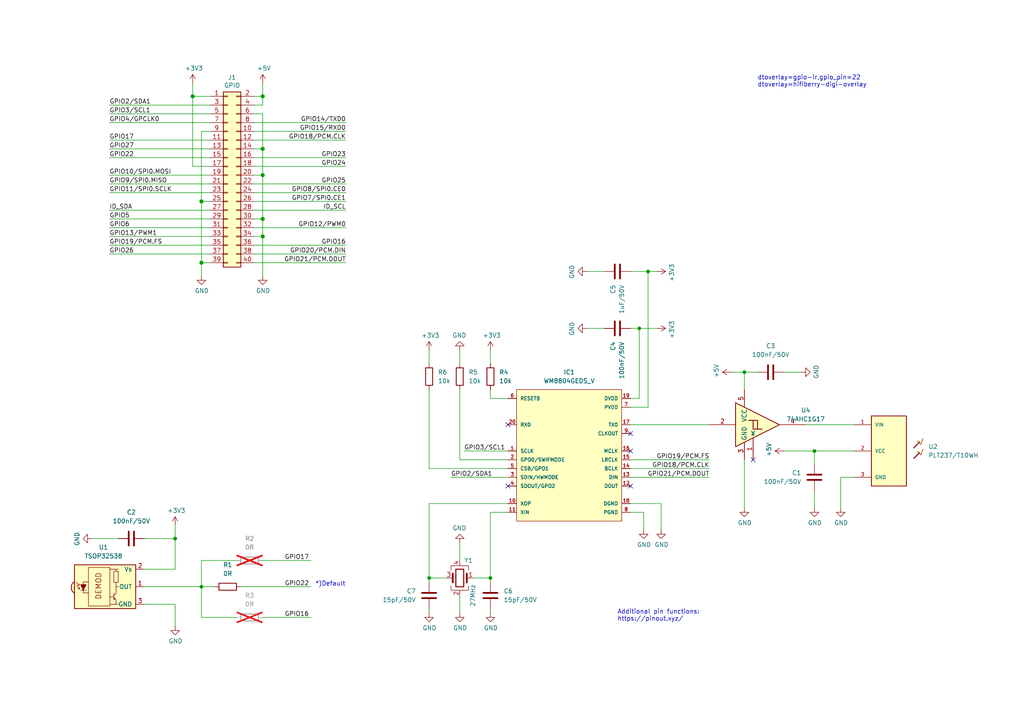
<source format=kicad_sch>
(kicad_sch (version 20230121) (generator eeschema)
  (paper "A4")
  (title_block (title "RPI HAT S/PDIF and IR") (date "2024-01-03") (rev "V1"))
  (lib_symbols
    (symbol "74xGxx:74LVC1G17"
      (property "Reference" "U" (at 2.54 7.62 0))
      (property "Value" "74LVC1G17" (at 5.08 -7.62 0))
      (symbol "74LVC1G17_0_1"
        (polyline (pts (xy -2.54 1.27) (xy -1.27 1.27) (xy -1.27 -1.27)) (stroke (width 0.254)) (fill (type background)))
        (polyline (pts (xy -7.62 6.35) (xy -7.62 -6.35) (xy 5.08 0) (xy -7.62 6.35)) (stroke (width 0.254)) (fill (type background)))
        (polyline (pts (xy -3.81 1.27) (xy -2.54 1.27) (xy -2.54 -1.27) (xy 0 -1.27)) (stroke (width 0.254)) (fill (type background)))
      )
      (symbol "74LVC1G17_1_1"
        (pin free line (at -2.54 -10.16 90) (length 6.35) (name "NC") (number "1"))
        (pin input line (at -15.24 0 0) (length 7.62) (name "~") (number "2"))
        (pin power_in line (at -5.08 -10.16 90) (length 5.08) (name "GND") (number "3"))
        (pin output line (at 12.7 0 180) (length 7.62) (name "~") (number "4"))
        (pin power_in line (at -5.08 10.16 270) (length 5.08) (name "VCC") (number "5"))
      )
    )
    (symbol "Connector_Generic:Conn_02x20_Odd_Even" (pin_names (offset 1.016) hide)
      (property "Reference" "J" (at 1.27 25.4 0))
      (property "Value" "Conn_02x20_Odd_Even" (at 1.27 -27.94 0))
      (symbol "Conn_02x20_Odd_Even_1_1"
        (rectangle (start -1.27 -25.273) (end 0 -25.527) (stroke (width 0.1524)))
        (rectangle (start -1.27 -22.733) (end 0 -22.987) (stroke (width 0.1524)))
        (rectangle (start -1.27 -20.193) (end 0 -20.447) (stroke (width 0.1524)))
        (rectangle (start -1.27 -17.653) (end 0 -17.907) (stroke (width 0.1524)))
        (rectangle (start -1.27 -15.113) (end 0 -15.367) (stroke (width 0.1524)))
        (rectangle (start -1.27 -12.573) (end 0 -12.827) (stroke (width 0.1524)))
        (rectangle (start -1.27 -10.033) (end 0 -10.287) (stroke (width 0.1524)))
        (rectangle (start -1.27 -7.493) (end 0 -7.747) (stroke (width 0.1524)))
        (rectangle (start -1.27 -4.953) (end 0 -5.207) (stroke (width 0.1524)))
        (rectangle (start -1.27 -2.413) (end 0 -2.667) (stroke (width 0.1524)))
        (rectangle (start -1.27 0.127) (end 0 -0.127) (stroke (width 0.1524)))
        (rectangle (start -1.27 2.667) (end 0 2.413) (stroke (width 0.1524)))
        (rectangle (start -1.27 5.207) (end 0 4.953) (stroke (width 0.1524)))
        (rectangle (start -1.27 7.747) (end 0 7.493) (stroke (width 0.1524)))
        (rectangle (start -1.27 10.287) (end 0 10.033) (stroke (width 0.1524)))
        (rectangle (start -1.27 12.827) (end 0 12.573) (stroke (width 0.1524)))
        (rectangle (start -1.27 15.367) (end 0 15.113) (stroke (width 0.1524)))
        (rectangle (start -1.27 17.907) (end 0 17.653) (stroke (width 0.1524)))
        (rectangle (start -1.27 20.447) (end 0 20.193) (stroke (width 0.1524)))
        (rectangle (start -1.27 22.987) (end 0 22.733) (stroke (width 0.1524)))
        (rectangle (start -1.27 24.13) (end 3.81 -26.67) (stroke (width 0.254)) (fill (type background)))
        (rectangle (start 3.81 -25.273) (end 2.54 -25.527) (stroke (width 0.1524)))
        (rectangle (start 3.81 -22.733) (end 2.54 -22.987) (stroke (width 0.1524)))
        (rectangle (start 3.81 -20.193) (end 2.54 -20.447) (stroke (width 0.1524)))
        (rectangle (start 3.81 -17.653) (end 2.54 -17.907) (stroke (width 0.1524)))
        (rectangle (start 3.81 -15.113) (end 2.54 -15.367) (stroke (width 0.1524)))
        (rectangle (start 3.81 -12.573) (end 2.54 -12.827) (stroke (width 0.1524)))
        (rectangle (start 3.81 -10.033) (end 2.54 -10.287) (stroke (width 0.1524)))
        (rectangle (start 3.81 -7.493) (end 2.54 -7.747) (stroke (width 0.1524)))
        (rectangle (start 3.81 -4.953) (end 2.54 -5.207) (stroke (width 0.1524)))
        (rectangle (start 3.81 -2.413) (end 2.54 -2.667) (stroke (width 0.1524)))
        (rectangle (start 3.81 0.127) (end 2.54 -0.127) (stroke (width 0.1524)))
        (rectangle (start 3.81 2.667) (end 2.54 2.413) (stroke (width 0.1524)))
        (rectangle (start 3.81 5.207) (end 2.54 4.953) (stroke (width 0.1524)))
        (rectangle (start 3.81 7.747) (end 2.54 7.493) (stroke (width 0.1524)))
        (rectangle (start 3.81 10.287) (end 2.54 10.033) (stroke (width 0.1524)))
        (rectangle (start 3.81 12.827) (end 2.54 12.573) (stroke (width 0.1524)))
        (rectangle (start 3.81 15.367) (end 2.54 15.113) (stroke (width 0.1524)))
        (rectangle (start 3.81 17.907) (end 2.54 17.653) (stroke (width 0.1524)))
        (rectangle (start 3.81 20.447) (end 2.54 20.193) (stroke (width 0.1524)))
        (rectangle (start 3.81 22.987) (end 2.54 22.733) (stroke (width 0.1524)))
        (pin passive line (at -5.08 22.86 0) (length 3.81) (name "Pin_1") (number "1"))
        (pin passive line (at 7.62 12.7 180) (length 3.81) (name "Pin_10") (number "10"))
        (pin passive line (at -5.08 10.16 0) (length 3.81) (name "Pin_11") (number "11"))
        (pin passive line (at 7.62 10.16 180) (length 3.81) (name "Pin_12") (number "12"))
        (pin passive line (at -5.08 7.62 0) (length 3.81) (name "Pin_13") (number "13"))
        (pin passive line (at 7.62 7.62 180) (length 3.81) (name "Pin_14") (number "14"))
        (pin passive line (at -5.08 5.08 0) (length 3.81) (name "Pin_15") (number "15"))
        (pin passive line (at 7.62 5.08 180) (length 3.81) (name "Pin_16") (number "16"))
        (pin passive line (at -5.08 2.54 0) (length 3.81) (name "Pin_17") (number "17"))
        (pin passive line (at 7.62 2.54 180) (length 3.81) (name "Pin_18") (number "18"))
        (pin passive line (at -5.08 0 0) (length 3.81) (name "Pin_19") (number "19"))
        (pin passive line (at 7.62 22.86 180) (length 3.81) (name "Pin_2") (number "2"))
        (pin passive line (at 7.62 0 180) (length 3.81) (name "Pin_20") (number "20"))
        (pin passive line (at -5.08 -2.54 0) (length 3.81) (name "Pin_21") (number "21"))
        (pin passive line (at 7.62 -2.54 180) (length 3.81) (name "Pin_22") (number "22"))
        (pin passive line (at -5.08 -5.08 0) (length 3.81) (name "Pin_23") (number "23"))
        (pin passive line (at 7.62 -5.08 180) (length 3.81) (name "Pin_24") (number "24"))
        (pin passive line (at -5.08 -7.62 0) (length 3.81) (name "Pin_25") (number "25"))
        (pin passive line (at 7.62 -7.62 180) (length 3.81) (name "Pin_26") (number "26"))
        (pin passive line (at -5.08 -10.16 0) (length 3.81) (name "Pin_27") (number "27"))
        (pin passive line (at 7.62 -10.16 180) (length 3.81) (name "Pin_28") (number "28"))
        (pin passive line (at -5.08 -12.7 0) (length 3.81) (name "Pin_29") (number "29"))
        (pin passive line (at -5.08 20.32 0) (length 3.81) (name "Pin_3") (number "3"))
        (pin passive line (at 7.62 -12.7 180) (length 3.81) (name "Pin_30") (number "30"))
        (pin passive line (at -5.08 -15.24 0) (length 3.81) (name "Pin_31") (number "31"))
        (pin passive line (at 7.62 -15.24 180) (length 3.81) (name "Pin_32") (number "32"))
        (pin passive line (at -5.08 -17.78 0) (length 3.81) (name "Pin_33") (number "33"))
        (pin passive line (at 7.62 -17.78 180) (length 3.81) (name "Pin_34") (number "34"))
        (pin passive line (at -5.08 -20.32 0) (length 3.81) (name "Pin_35") (number "35"))
        (pin passive line (at 7.62 -20.32 180) (length 3.81) (name "Pin_36") (number "36"))
        (pin passive line (at -5.08 -22.86 0) (length 3.81) (name "Pin_37") (number "37"))
        (pin passive line (at 7.62 -22.86 180) (length 3.81) (name "Pin_38") (number "38"))
        (pin passive line (at -5.08 -25.4 0) (length 3.81) (name "Pin_39") (number "39"))
        (pin passive line (at 7.62 20.32 180) (length 3.81) (name "Pin_4") (number "4"))
        (pin passive line (at 7.62 -25.4 180) (length 3.81) (name "Pin_40") (number "40"))
        (pin passive line (at -5.08 17.78 0) (length 3.81) (name "Pin_5") (number "5"))
        (pin passive line (at 7.62 17.78 180) (length 3.81) (name "Pin_6") (number "6"))
        (pin passive line (at -5.08 15.24 0) (length 3.81) (name "Pin_7") (number "7"))
        (pin passive line (at 7.62 15.24 180) (length 3.81) (name "Pin_8") (number "8"))
        (pin passive line (at -5.08 12.7 0) (length 3.81) (name "Pin_9") (number "9"))
      )
    )
    (symbol "Device:C" (pin_numbers hide) (pin_names (offset 0.254))
      (property "Reference" "C" (at 0.635 2.54 0))
      (property "Value" "C" (at 0.635 -2.54 0))
      (symbol "C_0_1"
        (polyline (pts (xy -2.032 -0.762) (xy 2.032 -0.762)) (stroke (width 0.508)))
        (polyline (pts (xy -2.032 0.762) (xy 2.032 0.762)) (stroke (width 0.508)))
      )
      (symbol "C_1_1"
        (pin passive line (at 0 3.81 270) (length 2.794) (name "~") (number "1"))
        (pin passive line (at 0 -3.81 90) (length 2.794) (name "~") (number "2"))
      )
    )
    (symbol "Device:Crystal_GND24" (pin_names (offset 1.016) hide)
      (property "Reference" "Y" (at 3.175 5.08 0))
      (property "Value" "Crystal_GND24" (at 3.175 3.175 0))
      (symbol "Crystal_GND24_0_1"
        (rectangle (start -1.143 2.54) (end 1.143 -2.54) (stroke (width 0.3048)))
        (polyline (pts (xy -2.54 0) (xy -2.032 0)))
        (polyline (pts (xy -2.032 -1.27) (xy -2.032 1.27)) (stroke (width 0.508)))
        (polyline (pts (xy 0 -3.81) (xy 0 -3.556)))
        (polyline (pts (xy 0 3.556) (xy 0 3.81)))
        (polyline (pts (xy 2.032 -1.27) (xy 2.032 1.27)) (stroke (width 0.508)))
        (polyline (pts (xy 2.032 0) (xy 2.54 0)))
        (polyline (pts (xy -2.54 -2.286) (xy -2.54 -3.556) (xy 2.54 -3.556) (xy 2.54 -2.286)))
        (polyline (pts (xy -2.54 2.286) (xy -2.54 3.556) (xy 2.54 3.556) (xy 2.54 2.286)))
      )
      (symbol "Crystal_GND24_1_1"
        (pin passive line (at -3.81 0 0) (length 1.27) (name "1") (number "1"))
        (pin passive line (at 0 5.08 270) (length 1.27) (name "2") (number "2"))
        (pin passive line (at 3.81 0 180) (length 1.27) (name "3") (number "3"))
        (pin passive line (at 0 -5.08 90) (length 1.27) (name "4") (number "4"))
      )
    )
    (symbol "Device:R" (pin_numbers hide) (pin_names (offset 0))
      (property "Reference" "R" (at 2.032 0 90))
      (property "Value" "R" (at 0 0 90))
      (symbol "R_0_1"
        (rectangle (start -1.016 -2.54) (end 1.016 2.54) (stroke (width 0.254)))
      )
      (symbol "R_1_1"
        (pin passive line (at 0 3.81 270) (length 1.27) (name "~") (number "1"))
        (pin passive line (at 0 -3.81 90) (length 1.27) (name "~") (number "2"))
      )
    )
    (symbol "Interface_Optical:TSOP325xx" (pin_names (offset 1.016))
      (property "Reference" "U" (at -10.16 7.62 0))
      (property "Value" "TSOP325xx" (at -10.16 -7.62 0))
      (symbol "TSOP325xx_0_0"
        (arc (start -10.287 1.397) (mid -11.0899 -0.1852) (end -10.287 -1.778) (stroke (width 0.254)) (fill (type background)))
        (polyline (pts (xy 1.905 -5.08) (xy 0.127 -5.08)))
        (polyline (pts (xy 1.905 5.08) (xy 0.127 5.08)))
        (text "DEMOD" (at -3.175 0.254 900) (effects (font (size 1.524 1.524))))
      )
      (symbol "TSOP325xx_0_1"
        (rectangle (start -6.096 5.588) (end 0.127 -5.588))
        (polyline (pts (xy -8.763 0.381) (xy -9.652 1.27)))
        (polyline (pts (xy -8.763 0.381) (xy -9.271 0.381)))
        (polyline (pts (xy -8.763 0.381) (xy -8.763 0.889)))
        (polyline (pts (xy -8.636 -0.635) (xy -9.525 0.254)))
        (polyline (pts (xy -8.636 -0.635) (xy -9.144 -0.635)))
        (polyline (pts (xy -8.636 -0.635) (xy -8.636 -0.127)))
        (polyline (pts (xy -8.382 -1.016) (xy -6.731 -1.016)))
        (polyline (pts (xy 1.27 -2.921) (xy 0.127 -2.921)))
        (polyline (pts (xy 1.27 -1.905) (xy 1.27 -3.81)))
        (polyline (pts (xy 1.397 -3.556) (xy 1.524 -3.556)))
        (polyline (pts (xy 1.651 -3.556) (xy 1.524 -3.556)))
        (polyline (pts (xy 1.651 -3.556) (xy 1.651 -3.302)))
        (polyline (pts (xy 1.905 0) (xy 1.905 1.27)))
        (polyline (pts (xy 1.905 4.445) (xy 1.905 5.08) (xy 2.54 5.08)))
        (polyline (pts (xy -8.382 0.635) (xy -6.731 0.635) (xy -7.62 -1.016) (xy -8.382 0.635)) (fill (type outline)))
        (polyline (pts (xy -6.096 1.397) (xy -7.62 1.397) (xy -7.62 -1.778) (xy -6.096 -1.778)))
        (polyline (pts (xy 1.27 -3.175) (xy 1.905 -3.81) (xy 1.905 -5.08) (xy 2.54 -5.08)))
        (polyline (pts (xy 1.27 -2.54) (xy 1.905 -1.905) (xy 1.905 0) (xy 2.54 0)))
        (rectangle (start 2.54 1.27) (end 1.27 4.445))
        (rectangle (start 7.62 6.35) (end -10.16 -6.35) (stroke (width 0.254)) (fill (type background)))
      )
      (symbol "TSOP325xx_1_1"
        (pin output line (at 10.16 0 180) (length 2.54) (name "OUT") (number "1"))
        (pin power_in line (at 10.16 5.08 180) (length 2.54) (name "Vs") (number "2"))
        (pin power_in line (at 10.16 -5.08 180) (length 2.54) (name "GND") (number "3"))
      )
    )
    (symbol "kicad-snk:PLT237/T10WH" (pin_names (offset 1.016))
      (property "Reference" "U" (at -5.08 11.4554 0))
      (property "Value" "PLT237/T10WH" (at -5.08 -12.7254 0))
      (symbol "PLT237/T10WH_0_0"
        (rectangle (start -5.08 10.16) (end 5.08 -10.16) (stroke (width 0.254)) (fill (type background)))
        (polyline (pts (xy 7.239 -2.1336) (xy 8.89 -0.4826)) (stroke (width 0.3048)))
        (polyline (pts (xy 7.239 0.9144) (xy 8.89 2.5654)) (stroke (width 0.3048)))
        (polyline (pts (xy 9.906 0.5334) (xy 9.271 -1.1176) (xy 8.255 -0.1016)) (stroke (width 0.1524)) (fill (type background)))
        (polyline (pts (xy 9.906 3.5814) (xy 9.271 1.9304) (xy 8.255 2.9464)) (stroke (width 0.1524)) (fill (type background)))
      )
      (symbol "PLT237/T10WH_1_0"
        (pin output line (at -10.16 7.62 0) (length 5.08) (name "VIN") (number "1"))
        (pin power_in line (at -10.16 0 0) (length 5.08) (name "VCC") (number "2"))
        (pin power_in line (at -10.16 -7.62 0) (length 5.08) (name "GND") (number "3"))
      )
    )
    (symbol "kicad-snk:WM8804GEDS_V" (pin_names (offset 1.016))
      (property "Reference" "IC" (at -15.24 13.97 0))
      (property "Value" "WM8804GEDS_V" (at -15.24 -27.94 0))
      (symbol "WM8804GEDS_V_0_0"
        (rectangle (start -15.24 -25.4) (end 15.24 12.7) (stroke (width 0.1524)) (fill (type background)))
        (pin bidirectional line (at -17.78 -5.08 0) (length 2.54) (name "SCLK") (number "1"))
        (pin bidirectional line (at -17.78 -20.32 0) (length 2.54) (name "XOP") (number "10"))
        (pin bidirectional line (at -17.78 -22.86 0) (length 2.54) (name "XIN") (number "11"))
        (pin bidirectional line (at 17.78 -15.24 180) (length 2.54) (name "DOUT") (number "12"))
        (pin bidirectional line (at 17.78 -12.7 180) (length 2.54) (name "DIN") (number "13"))
        (pin bidirectional line (at 17.78 -10.16 180) (length 2.54) (name "BCLK") (number "14"))
        (pin bidirectional line (at 17.78 -7.62 180) (length 2.54) (name "LRCLK") (number "15"))
        (pin bidirectional line (at 17.78 -5.08 180) (length 2.54) (name "MCLK") (number "16"))
        (pin bidirectional line (at 17.78 2.54 180) (length 2.54) (name "TX0") (number "17"))
        (pin bidirectional line (at 17.78 -20.32 180) (length 2.54) (name "DGND") (number "18"))
        (pin bidirectional line (at 17.78 10.16 180) (length 2.54) (name "DVDD") (number "19"))
        (pin bidirectional line (at -17.78 -7.62 0) (length 2.54) (name "GPO0/SWIFMODE") (number "2"))
        (pin bidirectional line (at -17.78 2.54 0) (length 2.54) (name "RX0") (number "20"))
        (pin bidirectional line (at -17.78 -12.7 0) (length 2.54) (name "SDIN/HWMODE") (number "3"))
        (pin bidirectional line (at -17.78 -15.24 0) (length 2.54) (name "SDOUT/GPO2") (number "4"))
        (pin bidirectional line (at -17.78 -10.16 0) (length 2.54) (name "CSB/GPO1") (number "5"))
        (pin bidirectional line (at -17.78 10.16 0) (length 2.54) (name "RESETB") (number "6"))
        (pin bidirectional line (at 17.78 7.62 180) (length 2.54) (name "PVDD") (number "7"))
        (pin bidirectional line (at 17.78 -22.86 180) (length 2.54) (name "PGND") (number "8"))
        (pin bidirectional line (at 17.78 0 180) (length 2.54) (name "CLKOUT") (number "9"))
      )
    )
    (symbol "power:+3.3V" (power) (pin_names (offset 0))
      (property "Value" "+3.3V" (at 0 3.556 0))
      (symbol "+3.3V_0_1"
        (polyline (pts (xy -0.762 1.27) (xy 0 2.54)))
        (polyline (pts (xy 0 0) (xy 0 2.54)))
        (polyline (pts (xy 0 2.54) (xy 0.762 1.27)))
      )
      (symbol "+3.3V_1_1"
        (pin power_in line (at 0 0 90) (length 0) hide (name "+3V3") (number "1"))
      )
    )
    (symbol "power:+5V" (power) (pin_names (offset 0))
      (property "Value" "+5V" (at 0 3.556 0))
      (symbol "+5V_0_1"
        (polyline (pts (xy -0.762 1.27) (xy 0 2.54)))
        (polyline (pts (xy 0 0) (xy 0 2.54)))
        (polyline (pts (xy 0 2.54) (xy 0.762 1.27)))
      )
      (symbol "+5V_1_1"
        (pin power_in line (at 0 0 90) (length 0) hide (name "+5V") (number "1"))
      )
    )
    (symbol "power:GND" (power) (pin_names (offset 0))
      (property "Value" "GND" (at 0 -3.81 0))
      (symbol "GND_0_1"
        (polyline (pts (xy 0 0) (xy 0 -1.27) (xy 1.27 -1.27) (xy 0 -2.54) (xy -1.27 -1.27) (xy 0 -1.27)))
      )
      (symbol "GND_1_1"
        (pin power_in line (at 0 0 270) (length 0) hide (name "GND") (number "1"))
      )
    )
  )
  (junction (at 185.42 95.25))
  (junction (at 76.2 63.5) (diameter 1.016))
  (junction (at 55.88 27.94) (diameter 1.016))
  (junction (at 142.24 167.64))
  (junction (at 76.2 68.58) (diameter 1.016))
  (junction (at 187.96 78.74))
  (junction (at 124.46 167.64))
  (junction (at 58.42 58.42) (diameter 1.016))
  (junction (at 76.2 50.8) (diameter 1.016))
  (junction (at 215.9 107.95))
  (junction (at 76.2 43.18) (diameter 1.016))
  (junction (at 58.42 170.18))
  (junction (at 236.22 130.81))
  (junction (at 50.8 156.21))
  (junction (at 58.42 76.2) (diameter 1.016))
  (junction (at 76.2 27.94) (diameter 1.016))
  (no_connect (at 182.88 130.81))
  (no_connect (at 182.88 125.73))
  (no_connect (at 218.44 133.35))
  (no_connect (at 147.32 140.97))
  (no_connect (at 147.32 123.19))
  (no_connect (at 182.88 140.97))
  (wire (pts (xy 58.42 58.42) (xy 58.42 76.2)))
  (wire (pts (xy 73.66 58.42) (xy 100.33 58.42)))
  (wire (pts (xy 142.24 176.53) (xy 142.24 177.8)))
  (wire (pts (xy 60.96 40.64) (xy 31.75 40.64)))
  (wire (pts (xy 58.42 170.18) (xy 62.23 170.18)))
  (wire (pts (xy 137.16 167.64) (xy 142.24 167.64)))
  (wire (pts (xy 76.2 33.02) (xy 76.2 43.18)))
  (wire (pts (xy 76.2 50.8) (xy 73.66 50.8)))
  (wire (pts (xy 182.88 123.19) (xy 205.74 123.19)))
  (wire (pts (xy 58.42 179.07) (xy 58.42 170.18)))
  (wire (pts (xy 182.88 146.05) (xy 191.77 146.05)))
  (wire (pts (xy 69.85 170.18) (xy 90.17 170.18)))
  (wire (pts (xy 76.2 63.5) (xy 76.2 68.58)))
  (wire (pts (xy 186.69 148.59) (xy 182.88 148.59)))
  (wire (pts (xy 68.58 162.56) (xy 58.42 162.56)))
  (wire (pts (xy 133.35 172.72) (xy 133.35 177.8)))
  (wire (pts (xy 142.24 115.57) (xy 142.24 113.03)))
  (wire (pts (xy 76.2 50.8) (xy 76.2 63.5)))
  (wire (pts (xy 73.66 35.56) (xy 100.33 35.56)))
  (wire (pts (xy 50.8 175.26) (xy 41.91 175.26)))
  (wire (pts (xy 58.42 38.1) (xy 58.42 58.42)))
  (wire (pts (xy 182.88 133.35) (xy 205.74 133.35)))
  (wire (pts (xy 58.42 38.1) (xy 60.96 38.1)))
  (wire (pts (xy 236.22 142.24) (xy 236.22 147.32)))
  (wire (pts (xy 73.66 55.88) (xy 100.33 55.88)))
  (wire (pts (xy 147.32 115.57) (xy 142.24 115.57)))
  (wire (pts (xy 60.96 60.96) (xy 31.75 60.96)))
  (wire (pts (xy 50.8 152.4) (xy 50.8 156.21)))
  (wire (pts (xy 31.75 63.5) (xy 60.96 63.5)))
  (wire (pts (xy 187.96 118.11) (xy 187.96 78.74)))
  (wire (pts (xy 41.91 170.18) (xy 58.42 170.18)))
  (wire (pts (xy 182.88 115.57) (xy 185.42 115.57)))
  (wire (pts (xy 58.42 58.42) (xy 60.96 58.42)))
  (wire (pts (xy 215.9 107.95) (xy 215.9 113.03)))
  (wire (pts (xy 124.46 146.05) (xy 124.46 167.64)))
  (wire (pts (xy 73.66 45.72) (xy 100.33 45.72)))
  (wire (pts (xy 142.24 167.64) (xy 142.24 168.91)))
  (wire (pts (xy 134.62 130.81) (xy 147.32 130.81)))
  (wire (pts (xy 124.46 101.6) (xy 124.46 105.41)))
  (wire (pts (xy 73.66 76.2) (xy 100.33 76.2)))
  (wire (pts (xy 58.42 76.2) (xy 58.42 80.01)))
  (wire (pts (xy 31.75 43.18) (xy 60.96 43.18)))
  (wire (pts (xy 55.88 24.13) (xy 55.88 27.94)))
  (wire (pts (xy 185.42 95.25) (xy 190.5 95.25)))
  (wire (pts (xy 76.2 68.58) (xy 73.66 68.58)))
  (wire (pts (xy 142.24 101.6) (xy 142.24 105.41)))
  (wire (pts (xy 31.75 33.02) (xy 60.96 33.02)))
  (wire (pts (xy 233.68 123.19) (xy 247.65 123.19)))
  (wire (pts (xy 185.42 115.57) (xy 185.42 95.25)))
  (wire (pts (xy 187.96 78.74) (xy 182.88 78.74)))
  (wire (pts (xy 31.75 55.88) (xy 60.96 55.88)))
  (wire (pts (xy 243.84 147.32) (xy 243.84 138.43)))
  (wire (pts (xy 124.46 113.03) (xy 124.46 135.89)))
  (wire (pts (xy 124.46 167.64) (xy 129.54 167.64)))
  (wire (pts (xy 55.88 48.26) (xy 60.96 48.26)))
  (wire (pts (xy 130.81 138.43) (xy 147.32 138.43)))
  (wire (pts (xy 60.96 30.48) (xy 31.75 30.48)))
  (wire (pts (xy 76.2 27.94) (xy 76.2 30.48)))
  (wire (pts (xy 76.2 43.18) (xy 76.2 50.8)))
  (wire (pts (xy 73.66 40.64) (xy 100.33 40.64)))
  (wire (pts (xy 50.8 181.61) (xy 50.8 175.26)))
  (wire (pts (xy 76.2 43.18) (xy 73.66 43.18)))
  (wire (pts (xy 142.24 167.64) (xy 142.24 148.59)))
  (wire (pts (xy 124.46 176.53) (xy 124.46 177.8)))
  (wire (pts (xy 41.91 156.21) (xy 50.8 156.21)))
  (wire (pts (xy 76.2 24.13) (xy 76.2 27.94)))
  (wire (pts (xy 31.75 35.56) (xy 60.96 35.56)))
  (wire (pts (xy 76.2 27.94) (xy 73.66 27.94)))
  (wire (pts (xy 55.88 27.94) (xy 55.88 48.26)))
  (wire (pts (xy 227.33 107.95) (xy 232.41 107.95)))
  (wire (pts (xy 58.42 162.56) (xy 58.42 170.18)))
  (wire (pts (xy 73.66 48.26) (xy 100.33 48.26)))
  (wire (pts (xy 170.18 78.74) (xy 175.26 78.74)))
  (wire (pts (xy 185.42 95.25) (xy 182.88 95.25)))
  (wire (pts (xy 73.66 38.1) (xy 100.33 38.1)))
  (wire (pts (xy 170.18 95.25) (xy 175.26 95.25)))
  (wire (pts (xy 191.77 146.05) (xy 191.77 153.67)))
  (wire (pts (xy 31.75 45.72) (xy 60.96 45.72)))
  (wire (pts (xy 31.75 53.34) (xy 60.96 53.34)))
  (wire (pts (xy 133.35 157.48) (xy 133.35 162.56)))
  (wire (pts (xy 147.32 133.35) (xy 133.35 133.35)))
  (wire (pts (xy 133.35 101.6) (xy 133.35 105.41)))
  (wire (pts (xy 31.75 66.04) (xy 60.96 66.04)))
  (wire (pts (xy 236.22 130.81) (xy 247.65 130.81)))
  (wire (pts (xy 76.2 30.48) (xy 73.66 30.48)))
  (wire (pts (xy 215.9 133.35) (xy 215.9 147.32)))
  (wire (pts (xy 26.67 156.21) (xy 34.29 156.21)))
  (wire (pts (xy 76.2 179.07) (xy 90.17 179.07)))
  (wire (pts (xy 31.75 71.12) (xy 60.96 71.12)))
  (wire (pts (xy 124.46 135.89) (xy 147.32 135.89)))
  (wire (pts (xy 73.66 71.12) (xy 100.33 71.12)))
  (wire (pts (xy 215.9 107.95) (xy 219.71 107.95)))
  (wire (pts (xy 73.66 66.04) (xy 100.33 66.04)))
  (wire (pts (xy 68.58 179.07) (xy 58.42 179.07)))
  (wire (pts (xy 58.42 76.2) (xy 60.96 76.2)))
  (wire (pts (xy 73.66 73.66) (xy 100.33 73.66)))
  (wire (pts (xy 41.91 165.1) (xy 50.8 165.1)))
  (wire (pts (xy 76.2 33.02) (xy 73.66 33.02)))
  (wire (pts (xy 31.75 73.66) (xy 60.96 73.66)))
  (wire (pts (xy 124.46 167.64) (xy 124.46 168.91)))
  (wire (pts (xy 50.8 156.21) (xy 50.8 165.1)))
  (wire (pts (xy 227.33 130.81) (xy 236.22 130.81)))
  (wire (pts (xy 186.69 153.67) (xy 186.69 148.59)))
  (wire (pts (xy 182.88 118.11) (xy 187.96 118.11)))
  (wire (pts (xy 212.09 107.95) (xy 215.9 107.95)))
  (wire (pts (xy 142.24 148.59) (xy 147.32 148.59)))
  (wire (pts (xy 76.2 162.56) (xy 90.17 162.56)))
  (wire (pts (xy 76.2 68.58) (xy 76.2 80.01)))
  (wire (pts (xy 73.66 53.34) (xy 100.33 53.34)))
  (wire (pts (xy 60.96 68.58) (xy 31.75 68.58)))
  (wire (pts (xy 182.88 138.43) (xy 205.74 138.43)))
  (wire (pts (xy 76.2 63.5) (xy 73.66 63.5)))
  (wire (pts (xy 236.22 130.81) (xy 236.22 134.62)))
  (wire (pts (xy 243.84 138.43) (xy 247.65 138.43)))
  (wire (pts (xy 55.88 27.94) (xy 60.96 27.94)))
  (wire (pts (xy 147.32 146.05) (xy 124.46 146.05)))
  (wire (pts (xy 187.96 78.74) (xy 190.5 78.74)))
  (wire (pts (xy 60.96 50.8) (xy 31.75 50.8)))
  (wire (pts (xy 73.66 60.96) (xy 100.33 60.96)))
  (wire (pts (xy 182.88 135.89) (xy 205.74 135.89)))
  (wire (pts (xy 133.35 133.35) (xy 133.35 113.03)))
  (text "dtoverlay=gpio-ir,gpio_pin=22\ndtoverlay=hifiberry-digi-overlay" (at 219.71 25.4 0) (effects (font (size 1.27 1.27)) (justify left bottom)))
  (text "*)Default" (at 91.44 170.18 0) (effects (font (size 1.27 1.27)) (justify left bottom)))
  (text "Additional pin functions:\nhttps://pinout.xyz/" (at 179.07 180.34 0) (effects (font (size 1.27 1.27)) (justify left bottom)))
  (label "ID_SDA" (at 31.75 60.96 0))
  (label "GPIO6" (at 31.75 66.04 0))
  (label "GPIO22" (at 82.55 170.18 0))
  (label "GPIO18{slash}PCM.CLK" (at 205.74 135.89 180))
  (label "ID_SCL" (at 100.33 60.96 180))
  (label "GPIO5" (at 31.75 63.5 0))
  (label "GPIO21{slash}PCM.DOUT" (at 100.33 76.2 180))
  (label "GPIO19{slash}PCM.FS" (at 31.75 71.12 0))
  (label "GPIO10{slash}SPI0.MOSI" (at 31.75 50.8 0))
  (label "GPIO9{slash}SPI0.MISO" (at 31.75 53.34 0))
  (label "GPIO23" (at 100.33 45.72 180))
  (label "GPIO19{slash}PCM.FS" (at 205.74 133.35 180))
  (label "GPIO4{slash}GPCLK0" (at 31.75 35.56 0))
  (label "GPIO27" (at 31.75 43.18 0))
  (label "GPIO26" (at 31.75 73.66 0))
  (label "GPIO14{slash}TXD0" (at 100.33 35.56 180))
  (label "GPIO8{slash}SPI0.CE0" (at 100.33 55.88 180))
  (label "GPIO15{slash}RXD0" (at 100.33 38.1 180))
  (label "GPIO16" (at 100.33 71.12 180))
  (label "GPIO2{slash}SDA1" (at 130.81 138.43 0))
  (label "GPIO22" (at 31.75 45.72 0))
  (label "GPIO21{slash}PCM.DOUT" (at 205.74 138.43 180))
  (label "GPIO2{slash}SDA1" (at 31.75 30.48 0))
  (label "GPIO17" (at 31.75 40.64 0))
  (label "GPIO25" (at 100.33 53.34 180))
  (label "GPIO3{slash}SCL1" (at 31.75 33.02 0))
  (label "GPIO18{slash}PCM.CLK" (at 100.33 40.64 180))
  (label "GPIO12{slash}PWM0" (at 100.33 66.04 180))
  (label "GPIO16" (at 82.55 179.07 0))
  (label "GPIO13{slash}PWM1" (at 31.75 68.58 0))
  (label "GPIO3{slash}SCL1" (at 134.62 130.81 0))
  (label "GPIO20{slash}PCM.DIN" (at 100.33 73.66 180))
  (label "GPIO24" (at 100.33 48.26 180))
  (label "GPIO17" (at 82.55 162.56 0))
  (label "GPIO7{slash}SPI0.CE1" (at 100.33 58.42 180))
  (label "GPIO11{slash}SPI0.SCLK" (at 31.75 55.88 0))
  (symbol (lib_id "power:+5V") (at 76.2 24.13 0) (unit 1)
    (property "Reference" "#PWR01" (effects hide))
    (property "Value" "+5V" (at 76.5683 19.8056 0))
  )
  (symbol (lib_id "power:+3.3V") (at 55.88 24.13 0) (unit 1)
    (property "Reference" "#PWR04" (effects hide))
    (property "Value" "+3.3V" (at 56.2483 19.8056 0))
  )
  (symbol (lib_id "power:GND") (at 76.2 80.01 0) (unit 1)
    (property "Reference" "#PWR02" (effects hide))
    (property "Value" "GND" (at 76.3143 84.3344 0))
  )
  (symbol (lib_id "power:GND") (at 58.42 80.01 0) (unit 1)
    (property "Reference" "#PWR03" (effects hide))
    (property "Value" "GND" (at 58.5343 84.3344 0))
  )
  (symbol (lib_id "Connector_Generic:Conn_02x20_Odd_Even") (at 66.04 50.8 0) (unit 1)
    (property "Reference" "J1" (at 67.31 22.4598 0))
    (property "Value" "GPIO" (at 67.31 24.765 0))
    (property "Footprint" "Connector_PinSocket_2.54mm:PinSocket_2x20_P2.54mm_Vertical" (effects hide))
  )
  (symbol (lib_id "power:+3.3V") (at 190.5 95.25 270) (unit 1)
    (property "Reference" "#PWR018" (effects hide))
    (property "Value" "+3.3V" (at 194.8244 95.6183 0))
  )
  (symbol (lib_id "power:+3.3V") (at 50.8 152.4 0) (unit 1)
    (property "Reference" "#PWR06" (effects hide))
    (property "Value" "+3.3V" (at 51.1683 148.0756 0))
  )
  (symbol (lib_id "power:+5V") (at 212.09 107.95 90) (unit 1)
    (property "Reference" "#PWR011" (effects hide))
    (property "Value" "+5V" (at 207.7656 107.5817 0))
  )
  (symbol (lib_id "Device:C") (at 179.07 78.74 90) (mirror x) (unit 1)
    (property "Reference" "C5" (at 177.8 82.55 0) (effects (justify left)))
    (property "Value" "1uF/50V" (at 180.34 82.55 0) (effects (justify left)))
    (property "Footprint" "Capacitor_SMD:C_0805_2012Metric_Pad1.18x1.45mm_HandSolder" (effects hide))
  )
  (symbol (lib_id "Device:C") (at 223.52 107.95 90) (unit 1)
    (property "Reference" "C3" (at 223.52 100.33 90))
    (property "Value" "100nF/50V" (at 223.52 102.87 90))
    (property "Footprint" "Capacitor_SMD:C_0805_2012Metric_Pad1.18x1.45mm_HandSolder" (effects hide))
  )
  (symbol (lib_id "power:+5V") (at 227.33 130.81 90) (unit 1)
    (property "Reference" "#PWR010" (effects hide))
    (property "Value" "+5V" (at 223.0056 130.4417 0))
  )
  (symbol (lib_id "Interface_Optical:TSOP325xx") (at 31.75 170.18 0) (unit 1)
    (property "Reference" "U1" (at 30.015 158.75 0))
    (property "Value" "TSOP32538" (at 30.015 161.29 0))
    (property "Footprint" "OptoDevice:Vishay_MOLD-3Pin" (effects hide))
    (property "Datasheet" "http://www.vishay.com/docs/82490/tsop321.pdf" (effects hide))
  )
  (symbol (lib_id "power:GND") (at 232.41 107.95 90) (unit 1)
    (property "Reference" "#PWR012" (effects hide))
    (property "Value" "GND" (at 236.7344 107.8357 0))
  )
  (symbol (lib_id "power:+3.3V") (at 142.24 101.6 0) (unit 1)
    (property "Reference" "#PWR014" (effects hide))
    (property "Value" "+3.3V" (at 142.6083 97.2756 0))
  )
  (symbol (lib_id "power:GND") (at 186.69 153.67 0) (unit 1)
    (property "Reference" "#PWR021" (effects hide))
    (property "Value" "GND" (at 186.8043 157.9944 0))
  )
  (symbol (lib_id "Device:C") (at 124.46 172.72 0) (mirror y) (unit 1)
    (property "Reference" "C7" (at 120.65 171.45 0) (effects (justify left)))
    (property "Value" "15pF/50V" (at 120.65 173.99 0) (effects (justify left)))
    (property "Footprint" "Capacitor_SMD:C_0805_2012Metric_Pad1.18x1.45mm_HandSolder" (effects hide))
  )
  (symbol (lib_id "Device:C") (at 142.24 172.72 180) (unit 1)
    (property "Reference" "C6" (at 146.05 171.45 0) (effects (justify right)))
    (property "Value" "15pF/50V" (at 146.05 173.99 0) (effects (justify right)))
    (property "Footprint" "Capacitor_SMD:C_0805_2012Metric_Pad1.18x1.45mm_HandSolder" (effects hide))
  )
  (symbol (lib_id "Device:R") (at 142.24 109.22 180) (unit 1)
    (property "Reference" "R4" (at 144.78 107.95 0) (effects (justify right)))
    (property "Value" "10k" (at 144.78 110.49 0) (effects (justify right)))
    (property "Footprint" "Resistor_SMD:R_0805_2012Metric_Pad1.20x1.40mm_HandSolder" (effects hide))
  )
  (symbol (lib_id "Device:C") (at 236.22 138.43 0) (mirror y) (unit 1)
    (property "Reference" "C1" (at 232.41 137.16 0) (effects (justify left)))
    (property "Value" "100nF/50V" (at 232.41 139.7 0) (effects (justify left)))
    (property "Footprint" "Capacitor_SMD:C_0805_2012Metric_Pad1.18x1.45mm_HandSolder" (effects hide))
  )
  (symbol (lib_id "Device:R") (at 72.39 179.07 90) (unit 1) (dnp yes)
    (property "Reference" "R3" (at 72.39 172.72 90))
    (property "Value" "0R" (at 72.39 175.26 90))
    (property "Footprint" "Resistor_SMD:R_0805_2012Metric_Pad1.20x1.40mm_HandSolder" (effects hide))
  )
  (symbol (lib_id "power:GND") (at 142.24 177.8 0) (unit 1)
    (property "Reference" "#PWR025" (effects hide))
    (property "Value" "GND" (at 142.3543 182.1244 0))
  )
  (symbol (lib_id "power:GND") (at 133.35 177.8 0) (unit 1)
    (property "Reference" "#PWR024" (effects hide))
    (property "Value" "GND" (at 133.4643 182.1244 0))
  )
  (symbol (lib_id "Device:C") (at 179.07 95.25 90) (mirror x) (unit 1)
    (property "Reference" "C4" (at 177.8 99.06 0) (effects (justify left)))
    (property "Value" "100nF/50V" (at 180.34 99.06 0) (effects (justify left)))
    (property "Footprint" "Capacitor_SMD:C_0805_2012Metric_Pad1.18x1.45mm_HandSolder" (effects hide))
  )
  (symbol (lib_id "power:+3.3V") (at 124.46 101.6 0) (unit 1)
    (property "Reference" "#PWR015" (effects hide))
    (property "Value" "+3.3V" (at 124.8283 97.2756 0))
  )
  (symbol (lib_id "74xGxx:74LVC1G17") (at 220.98 123.19 0) (unit 1)
    (property "Reference" "U4" (at 233.68 118.9991 0))
    (property "Value" "74AHC1G17" (at 233.68 121.5391 0))
    (property "Footprint" "Package_TO_SOT_SMD:SOT-23-5" (effects hide))
    (property "Datasheet" "https://www.ti.com/lit/ds/symlink/sn74lvc1g17.pdf" (effects hide))
  )
  (symbol (lib_id "power:+3.3V") (at 190.5 78.74 270) (unit 1)
    (property "Reference" "#PWR017" (effects hide))
    (property "Value" "+3.3V" (at 194.8244 79.1083 0))
  )
  (symbol (lib_id "kicad-snk:WM8804GEDS_V") (at 165.1 125.73 0) (unit 1)
    (property "Reference" "IC1" (at 165.1 107.95 0))
    (property "Value" "WM8804GEDS_V" (at 165.1 110.49 0))
    (property "Footprint" "Package_SO:SSOP-20_5.3x7.2mm_P0.65mm" (effects hide))
    (property "MF" "Cirrus Logic" (effects hide))
    (property "Description" "\nAudio Audio Transceiver 1 Channel 20-SSOP\n" (effects hide))
    (property "Package" "SSOP-20 Wolfson" (effects hide))
    (property "Price" "None" (effects hide))
    (property "SnapEDA_Link" "https://www.snapeda.com/parts/WM8804GEDS/V/Cirrus+Logic+Inc./view-part/?ref=snap" (effects hide))
    (property "MP" "WM8804GEDS/V" (effects hide))
    (property "Purchase-URL" "https://www.snapeda.com/api/url_track_click_mouser/?unipart_id=583498&manufacturer=Cirrus Logic&part_name=WM8804GEDS/V&search_term=wm8804" (effects hide))
    (property "Availability" "In Stock" (effects hide))
    (property "Check_prices" "https://www.snapeda.com/parts/WM8804GEDS/V/Cirrus+Logic+Inc./view-part/?ref=eda" (effects hide))
  )
  (symbol (lib_id "power:GND") (at 170.18 78.74 270) (unit 1)
    (property "Reference" "#PWR019" (effects hide))
    (property "Value" "GND" (at 165.8556 78.8543 0))
  )
  (symbol (lib_id "power:GND") (at 236.22 147.32 0) (unit 1)
    (property "Reference" "#PWR09" (effects hide))
    (property "Value" "GND" (at 236.3343 151.6444 0))
  )
  (symbol (lib_id "power:GND") (at 170.18 95.25 270) (unit 1)
    (property "Reference" "#PWR020" (effects hide))
    (property "Value" "GND" (at 165.8556 95.3643 0))
  )
  (symbol (lib_id "power:GND") (at 243.84 147.32 0) (unit 1)
    (property "Reference" "#PWR08" (effects hide))
    (property "Value" "GND" (at 243.9543 151.6444 0))
  )
  (symbol (lib_id "power:GND") (at 26.67 156.21 270) (unit 1)
    (property "Reference" "#PWR05" (effects hide))
    (property "Value" "GND" (at 22.3456 156.3243 0))
  )
  (symbol (lib_id "Device:R") (at 124.46 109.22 180) (unit 1)
    (property "Reference" "R6" (at 127 107.95 0) (effects (justify right)))
    (property "Value" "10k" (at 127 110.49 0) (effects (justify right)))
    (property "Footprint" "Resistor_SMD:R_0805_2012Metric_Pad1.20x1.40mm_HandSolder" (effects hide))
  )
  (symbol (lib_id "Device:C") (at 38.1 156.21 90) (unit 1)
    (property "Reference" "C2" (at 38.1 148.59 90))
    (property "Value" "100nF/50V" (at 38.1 151.13 90))
    (property "Footprint" "Capacitor_SMD:C_0603_1608Metric_Pad1.08x0.95mm_HandSolder" (effects hide))
  )
  (symbol (lib_id "Device:R") (at 133.35 109.22 180) (unit 1)
    (property "Reference" "R5" (at 135.89 107.95 0) (effects (justify right)))
    (property "Value" "10k" (at 135.89 110.49 0) (effects (justify right)))
    (property "Footprint" "Resistor_SMD:R_0805_2012Metric_Pad1.20x1.40mm_HandSolder" (effects hide))
  )
  (symbol (lib_id "power:GND") (at 133.35 157.48 180) (unit 1)
    (property "Reference" "#PWR023" (effects hide))
    (property "Value" "GND" (at 133.2357 153.1556 0))
  )
  (symbol (lib_id "Device:R") (at 66.04 170.18 90) (unit 1)
    (property "Reference" "R1" (at 66.04 163.83 90))
    (property "Value" "0R" (at 66.04 166.37 90))
    (property "Footprint" "Resistor_SMD:R_0805_2012Metric_Pad1.20x1.40mm_HandSolder" (effects hide))
  )
  (symbol (lib_id "Device:Crystal_GND24") (at 133.35 167.64 180) (unit 1)
    (property "Reference" "Y1" (at 135.89 162.56 0))
    (property "Value" "27MHz" (at 137.16 172.72 90))
    (property "Footprint" "Crystal:Crystal_SMD_3225-4Pin_3.2x2.5mm_HandSoldering" (effects hide))
  )
  (symbol (lib_id "power:GND") (at 124.46 177.8 0) (unit 1)
    (property "Reference" "#PWR026" (effects hide))
    (property "Value" "GND" (at 124.5743 182.1244 0))
  )
  (symbol (lib_id "kicad-snk:PLT237/T10WH") (at 257.81 130.81 0) (unit 1)
    (property "Reference" "U2" (at 269.24 129.54 0) (effects (justify left)))
    (property "Value" "PLT237/T10WH" (at 269.24 132.08 0) (effects (justify left)))
    (property "Footprint" "kicad-snk:PLR135-T10_PLT133-T10W" (effects hide))
  )
  (symbol (lib_id "Device:R") (at 72.39 162.56 90) (unit 1) (dnp yes)
    (property "Reference" "R2" (at 72.39 156.21 90))
    (property "Value" "0R" (at 72.39 158.75 90))
    (property "Footprint" "Resistor_SMD:R_0805_2012Metric_Pad1.20x1.40mm_HandSolder" (effects hide))
  )
  (symbol (lib_id "power:GND") (at 215.9 147.32 0) (unit 1)
    (property "Reference" "#PWR013" (effects hide))
    (property "Value" "GND" (at 216.0143 151.6444 0))
  )
  (symbol (lib_id "power:GND") (at 191.77 153.67 0) (unit 1)
    (property "Reference" "#PWR022" (effects hide))
    (property "Value" "GND" (at 191.8843 157.9944 0))
  )
  (symbol (lib_id "power:GND") (at 133.35 101.6 180) (unit 1)
    (property "Reference" "#PWR016" (effects hide))
    (property "Value" "GND" (at 133.2357 97.2756 0))
  )
  (symbol (lib_id "power:GND") (at 50.8 181.61 0) (unit 1)
    (property "Reference" "#PWR07" (effects hide))
    (property "Value" "GND" (at 50.9143 185.9344 0))
  )
)
</source>
